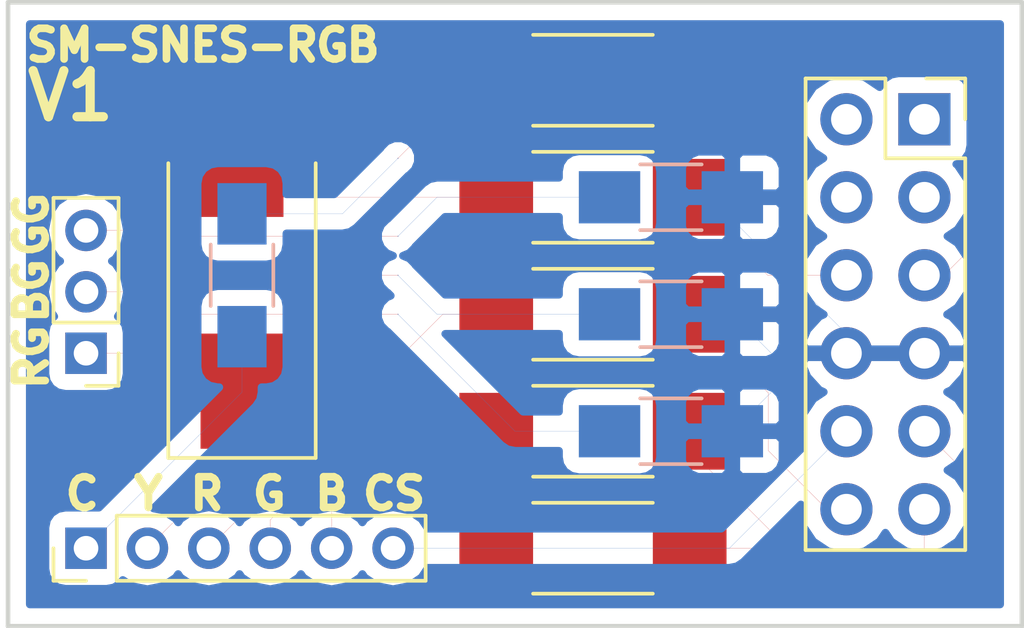
<source format=kicad_pcb>
(kicad_pcb (version 4) (host pcbnew 4.0.6)

  (general
    (links 20)
    (no_connects 0)
    (area 206.934999 115.494999 240.105001 135.965001)
    (thickness 0.1)
    (drawings 15)
    (tracks 72)
    (zones 0)
    (modules 13)
    (nets 22)
  )

  (page A4)
  (layers
    (0 Top signal)
    (31 Bottom signal)
    (33 F.Adhes user)
    (34 B.Paste user)
    (35 F.Paste user)
    (36 B.SilkS user)
    (37 F.SilkS user)
    (38 B.Mask user)
    (39 F.Mask user)
    (40 Dwgs.User user)
    (41 Cmts.User user)
    (42 Eco1.User user)
    (43 Eco2.User user)
    (44 Edge.Cuts user)
    (45 Margin user)
    (47 F.CrtYd user)
    (49 F.Fab user)
  )

  (setup
    (last_trace_width 0.006)
    (trace_clearance 0.006)
    (zone_clearance 0.508)
    (zone_45_only no)
    (trace_min 0.006)
    (segment_width 0.2)
    (edge_width 0.15)
    (via_size 0.027)
    (via_drill 0.013)
    (via_min_size 0.027)
    (via_min_drill 0.013)
    (uvia_size 0.03)
    (uvia_drill 0.02)
    (uvias_allowed no)
    (uvia_min_size 0)
    (uvia_min_drill 0)
    (pcb_text_width 0.3)
    (pcb_text_size 1.5 1.5)
    (mod_edge_width 0.15)
    (mod_text_size 1 1)
    (mod_text_width 0.15)
    (pad_size 1.524 1.524)
    (pad_drill 0.762)
    (pad_to_mask_clearance 0.2)
    (aux_axis_origin 0 0)
    (grid_origin 176.53 118.11)
    (visible_elements 7FFFFF7F)
    (pcbplotparams
      (layerselection 0x00030_80000001)
      (usegerberextensions false)
      (excludeedgelayer true)
      (linewidth 0.100000)
      (plotframeref false)
      (viasonmask false)
      (mode 1)
      (useauxorigin false)
      (hpglpennumber 1)
      (hpglpenspeed 20)
      (hpglpendiameter 15)
      (hpglpenoverlay 2)
      (psnegative false)
      (psa4output false)
      (plotreference true)
      (plotvalue true)
      (plotinvisibletext false)
      (padsonsilk false)
      (subtractmaskfromsilk false)
      (outputformat 1)
      (mirror false)
      (drillshape 1)
      (scaleselection 1)
      (outputdirectory ""))
  )

  (net 0 "")
  (net 1 /CHROMA)
  (net 2 "Net-(C1-Pad2)")
  (net 3 /LUMA)
  (net 4 "Net-(C2-Pad2)")
  (net 5 /RED)
  (net 6 /GREEN)
  (net 7 /CSYNC)
  (net 8 /BLUE)
  (net 9 /GND)
  (net 10 "Net-(J2-Pad3)")
  (net 11 "Net-(J2-Pad4)")
  (net 12 "Net-(J2-Pad5)")
  (net 13 "Net-(J3-Pad1)")
  (net 14 "Net-(J3-Pad2)")
  (net 15 "Net-(J3-Pad3)")
  (net 16 "Net-(C1-Pad1)")
  (net 17 "Net-(C2-Pad1)")
  (net 18 "Net-(J1-Pad1)")
  (net 19 "Net-(J1-Pad2)")
  (net 20 "Net-(J1-Pad3)")
  (net 21 "Net-(J1-Pad4)")

  (net_class Default "This is the default net class."
    (clearance 0.006)
    (trace_width 0.006)
    (via_dia 0.027)
    (via_drill 0.013)
    (uvia_dia 0.03)
    (uvia_drill 0.02)
    (add_net /BLUE)
    (add_net /CHROMA)
    (add_net /CSYNC)
    (add_net /GND)
    (add_net /GREEN)
    (add_net /LUMA)
    (add_net /RED)
    (add_net "Net-(C1-Pad1)")
    (add_net "Net-(C1-Pad2)")
    (add_net "Net-(C2-Pad1)")
    (add_net "Net-(C2-Pad2)")
    (add_net "Net-(J1-Pad1)")
    (add_net "Net-(J1-Pad2)")
    (add_net "Net-(J1-Pad3)")
    (add_net "Net-(J1-Pad4)")
    (add_net "Net-(J2-Pad3)")
    (add_net "Net-(J2-Pad4)")
    (add_net "Net-(J2-Pad5)")
    (add_net "Net-(J3-Pad1)")
    (add_net "Net-(J3-Pad2)")
    (add_net "Net-(J3-Pad3)")
  )

  (module Socket_Strips:Socket_Strip_Straight_2x06_Pitch2.54mm (layer Top) (tedit 59487F58) (tstamp 59487BE1)
    (at 236.855 119.38)
    (descr "Through hole straight socket strip, 2x06, 2.54mm pitch, double rows")
    (tags "Through hole socket strip THT 2x06 2.54mm double row")
    (path /59484437)
    (fp_text reference J1 (at -1.27 -2.33) (layer F.SilkS) hide
      (effects (font (size 1 1) (thickness 0.15)))
    )
    (fp_text value CONN_02X06 (at -1.27 15.03) (layer F.Fab) hide
      (effects (font (size 1 1) (thickness 0.15)))
    )
    (fp_line (start -3.81 -1.27) (end -3.81 13.97) (layer F.Fab) (width 0.1))
    (fp_line (start -3.81 13.97) (end 1.27 13.97) (layer F.Fab) (width 0.1))
    (fp_line (start 1.27 13.97) (end 1.27 -1.27) (layer F.Fab) (width 0.1))
    (fp_line (start 1.27 -1.27) (end -3.81 -1.27) (layer F.Fab) (width 0.1))
    (fp_line (start 1.33 1.27) (end 1.33 14.03) (layer F.SilkS) (width 0.12))
    (fp_line (start 1.33 14.03) (end -3.87 14.03) (layer F.SilkS) (width 0.12))
    (fp_line (start -3.87 14.03) (end -3.87 -1.33) (layer F.SilkS) (width 0.12))
    (fp_line (start -3.87 -1.33) (end -1.27 -1.33) (layer F.SilkS) (width 0.12))
    (fp_line (start -1.27 -1.33) (end -1.27 1.27) (layer F.SilkS) (width 0.12))
    (fp_line (start -1.27 1.27) (end 1.33 1.27) (layer F.SilkS) (width 0.12))
    (fp_line (start 1.33 0) (end 1.33 -1.33) (layer F.SilkS) (width 0.12))
    (fp_line (start 1.33 -1.33) (end 0.06 -1.33) (layer F.SilkS) (width 0.12))
    (fp_line (start -4.35 -1.8) (end -4.35 14.5) (layer F.CrtYd) (width 0.05))
    (fp_line (start -4.35 14.5) (end 1.8 14.5) (layer F.CrtYd) (width 0.05))
    (fp_line (start 1.8 14.5) (end 1.8 -1.8) (layer F.CrtYd) (width 0.05))
    (fp_line (start 1.8 -1.8) (end -4.35 -1.8) (layer F.CrtYd) (width 0.05))
    (fp_text user %R (at -1.27 -2.33) (layer F.Fab) hide
      (effects (font (size 1 1) (thickness 0.15)))
    )
    (pad 1 thru_hole rect (at 0 0) (size 1.7 1.7) (drill 1) (layers *.Cu *.Mask)
      (net 18 "Net-(J1-Pad1)"))
    (pad 2 thru_hole oval (at -2.54 0) (size 1.7 1.7) (drill 1) (layers *.Cu *.Mask)
      (net 19 "Net-(J1-Pad2)"))
    (pad 3 thru_hole oval (at 0 2.54) (size 1.7 1.7) (drill 1) (layers *.Cu *.Mask)
      (net 20 "Net-(J1-Pad3)"))
    (pad 4 thru_hole oval (at -2.54 2.54) (size 1.7 1.7) (drill 1) (layers *.Cu *.Mask)
      (net 21 "Net-(J1-Pad4)"))
    (pad 5 thru_hole oval (at 0 5.08) (size 1.7 1.7) (drill 1) (layers *.Cu *.Mask)
      (net 1 /CHROMA))
    (pad 6 thru_hole oval (at -2.54 5.08) (size 1.7 1.7) (drill 1) (layers *.Cu *.Mask)
      (net 3 /LUMA))
    (pad 7 thru_hole oval (at 0 7.62) (size 1.7 1.7) (drill 1) (layers *.Cu *.Mask)
      (net 9 /GND))
    (pad 8 thru_hole oval (at -2.54 7.62) (size 1.7 1.7) (drill 1) (layers *.Cu *.Mask)
      (net 9 /GND))
    (pad 9 thru_hole oval (at 0 10.16) (size 1.7 1.7) (drill 1) (layers *.Cu *.Mask)
      (net 8 /BLUE))
    (pad 10 thru_hole oval (at -2.54 10.16) (size 1.7 1.7) (drill 1) (layers *.Cu *.Mask)
      (net 7 /CSYNC))
    (pad 11 thru_hole oval (at 0 12.7) (size 1.7 1.7) (drill 1) (layers *.Cu *.Mask)
      (net 6 /GREEN))
    (pad 12 thru_hole oval (at -2.54 12.7) (size 1.7 1.7) (drill 1) (layers *.Cu *.Mask)
      (net 5 /RED))
    (model ${KISYS3DMOD}/Socket_Strips.3dshapes/Socket_Strip_Straight_2x06_Pitch2.54mm.wrl
      (at (xyz -0.05 -0.25 0))
      (scale (xyz 1 1 1))
      (rotate (xyz 0 0 270))
    )
  )

  (module Socket_Strips:Socket_Strip_Straight_1x06_Pitch2.00mm (layer Top) (tedit 59487F90) (tstamp 59484F3F)
    (at 209.55 133.35 90)
    (descr "Through hole straight socket strip, 1x06, 2.00mm pitch, single row")
    (tags "Through hole socket strip THT 1x06 2.00mm single row")
    (path /59484ED2)
    (fp_text reference J2 (at 0 -2.06 90) (layer F.SilkS) hide
      (effects (font (size 1 1) (thickness 0.15)))
    )
    (fp_text value CONN_01X06 (at 0 12.06 90) (layer F.Fab) hide
      (effects (font (size 1 1) (thickness 0.15)))
    )
    (fp_line (start -1 -1) (end -1 11) (layer F.Fab) (width 0.1))
    (fp_line (start -1 11) (end 1 11) (layer F.Fab) (width 0.1))
    (fp_line (start 1 11) (end 1 -1) (layer F.Fab) (width 0.1))
    (fp_line (start 1 -1) (end -1 -1) (layer F.Fab) (width 0.1))
    (fp_line (start -1.06 1) (end -1.06 11.06) (layer F.SilkS) (width 0.12))
    (fp_line (start -1.06 11.06) (end 1.06 11.06) (layer F.SilkS) (width 0.12))
    (fp_line (start 1.06 11.06) (end 1.06 1) (layer F.SilkS) (width 0.12))
    (fp_line (start 1.06 1) (end -1.06 1) (layer F.SilkS) (width 0.12))
    (fp_line (start -1.06 0) (end -1.06 -1.06) (layer F.SilkS) (width 0.12))
    (fp_line (start -1.06 -1.06) (end 0 -1.06) (layer F.SilkS) (width 0.12))
    (fp_line (start -1.5 -1.5) (end -1.5 11.5) (layer F.CrtYd) (width 0.05))
    (fp_line (start -1.5 11.5) (end 1.5 11.5) (layer F.CrtYd) (width 0.05))
    (fp_line (start 1.5 11.5) (end 1.5 -1.5) (layer F.CrtYd) (width 0.05))
    (fp_line (start 1.5 -1.5) (end -1.5 -1.5) (layer F.CrtYd) (width 0.05))
    (fp_text user %R (at 0 -2.06 90) (layer F.Fab) hide
      (effects (font (size 1 1) (thickness 0.15)))
    )
    (pad 1 thru_hole rect (at 0 0 90) (size 1.35 1.35) (drill 0.8) (layers *.Cu *.Mask)
      (net 2 "Net-(C1-Pad2)"))
    (pad 2 thru_hole oval (at 0 2 90) (size 1.35 1.35) (drill 0.8) (layers *.Cu *.Mask)
      (net 17 "Net-(C2-Pad1)"))
    (pad 3 thru_hole oval (at 0 4 90) (size 1.35 1.35) (drill 0.8) (layers *.Cu *.Mask)
      (net 10 "Net-(J2-Pad3)"))
    (pad 4 thru_hole oval (at 0 6 90) (size 1.35 1.35) (drill 0.8) (layers *.Cu *.Mask)
      (net 11 "Net-(J2-Pad4)"))
    (pad 5 thru_hole oval (at 0 8 90) (size 1.35 1.35) (drill 0.8) (layers *.Cu *.Mask)
      (net 12 "Net-(J2-Pad5)"))
    (pad 6 thru_hole oval (at 0 10 90) (size 1.35 1.35) (drill 0.8) (layers *.Cu *.Mask)
      (net 7 /CSYNC))
    (model ${KISYS3DMOD}/Socket_Strips.3dshapes/Socket_Strip_Straight_1x06_Pitch2.00mm.wrl
      (at (xyz 0 0 0))
      (scale (xyz 1 1 1))
      (rotate (xyz 0 0 0))
    )
  )

  (module Resistors_SMD:R_1206_HandSoldering (layer Bottom) (tedit 59488002) (tstamp 59484F64)
    (at 228.6 125.73 180)
    (descr "Resistor SMD 1206, hand soldering")
    (tags "resistor 1206")
    (path /59484302)
    (attr smd)
    (fp_text reference R5 (at 0 1.85 180) (layer B.SilkS) hide
      (effects (font (size 1 1) (thickness 0.15)) (justify mirror))
    )
    (fp_text value R (at 0 -1.9 180) (layer B.Fab) hide
      (effects (font (size 1 1) (thickness 0.15)) (justify mirror))
    )
    (fp_text user %R (at 0 0 180) (layer B.Fab)
      (effects (font (size 0.7 0.7) (thickness 0.105)) (justify mirror))
    )
    (fp_line (start -1.6 -0.8) (end -1.6 0.8) (layer B.Fab) (width 0.1))
    (fp_line (start 1.6 -0.8) (end -1.6 -0.8) (layer B.Fab) (width 0.1))
    (fp_line (start 1.6 0.8) (end 1.6 -0.8) (layer B.Fab) (width 0.1))
    (fp_line (start -1.6 0.8) (end 1.6 0.8) (layer B.Fab) (width 0.1))
    (fp_line (start 1 -1.07) (end -1 -1.07) (layer B.SilkS) (width 0.12))
    (fp_line (start -1 1.07) (end 1 1.07) (layer B.SilkS) (width 0.12))
    (fp_line (start -3.25 1.11) (end 3.25 1.11) (layer B.CrtYd) (width 0.05))
    (fp_line (start -3.25 1.11) (end -3.25 -1.1) (layer B.CrtYd) (width 0.05))
    (fp_line (start 3.25 -1.1) (end 3.25 1.11) (layer B.CrtYd) (width 0.05))
    (fp_line (start 3.25 -1.1) (end -3.25 -1.1) (layer B.CrtYd) (width 0.05))
    (pad 1 smd rect (at -2 0 180) (size 2 1.7) (layers Bottom B.Paste B.Mask)
      (net 9 /GND))
    (pad 2 smd rect (at 2 0 180) (size 2 1.7) (layers Bottom B.Paste B.Mask)
      (net 14 "Net-(J3-Pad2)"))
    (model ${KISYS3DMOD}/Resistors_SMD.3dshapes/R_1206.wrl
      (at (xyz 0 0 0))
      (scale (xyz 1 1 1))
      (rotate (xyz 0 0 0))
    )
  )

  (module Resistors_SMD:R_2010_HandSoldering (layer Top) (tedit 5948801D) (tstamp 59484F5E)
    (at 226.06 129.54 180)
    (descr "Resistor SMD 2010, hand soldering")
    (tags "resistor 2010")
    (path /59485062)
    (attr smd)
    (fp_text reference R4 (at 0 -2.25 180) (layer F.SilkS) hide
      (effects (font (size 1 1) (thickness 0.15)))
    )
    (fp_text value R (at 0 2.35 180) (layer F.Fab) hide
      (effects (font (size 1 1) (thickness 0.15)))
    )
    (fp_text user %R (at 0 0 180) (layer F.Fab) hide
      (effects (font (size 1 1) (thickness 0.15)))
    )
    (fp_line (start -2.5 1.25) (end -2.5 -1.25) (layer F.Fab) (width 0.1))
    (fp_line (start 2.5 1.25) (end -2.5 1.25) (layer F.Fab) (width 0.1))
    (fp_line (start 2.5 -1.25) (end 2.5 1.25) (layer F.Fab) (width 0.1))
    (fp_line (start -2.5 -1.25) (end 2.5 -1.25) (layer F.Fab) (width 0.1))
    (fp_line (start 1.95 1.48) (end -1.95 1.48) (layer F.SilkS) (width 0.12))
    (fp_line (start -1.95 -1.48) (end 1.95 -1.48) (layer F.SilkS) (width 0.12))
    (fp_line (start -4.6 -1.5) (end 4.6 -1.5) (layer F.CrtYd) (width 0.05))
    (fp_line (start -4.6 -1.5) (end -4.6 1.5) (layer F.CrtYd) (width 0.05))
    (fp_line (start 4.6 1.5) (end 4.6 -1.5) (layer F.CrtYd) (width 0.05))
    (fp_line (start 4.6 1.5) (end -4.6 1.5) (layer F.CrtYd) (width 0.05))
    (pad 1 smd rect (at -3.15 0 180) (size 2.4 2.5) (layers Top F.Paste F.Mask)
      (net 6 /GREEN))
    (pad 2 smd rect (at 3.15 0 180) (size 2.4 2.5) (layers Top F.Paste F.Mask)
      (net 11 "Net-(J2-Pad4)"))
    (model ${KISYS3DMOD}/Resistors_SMD.3dshapes/R_2010.wrl
      (at (xyz 0 0 0))
      (scale (xyz 1 1 1))
      (rotate (xyz 0 0 0))
    )
  )

  (module Capacitors_SMD:C_1206_HandSoldering (layer Bottom) (tedit 59488356) (tstamp 59484F1F)
    (at 214.63 124.46 270)
    (descr "Capacitor SMD 1206, hand soldering")
    (tags "capacitor 1206")
    (path /59484281)
    (attr smd)
    (fp_text reference C1 (at 0 1.75 270) (layer B.SilkS) hide
      (effects (font (size 1 1) (thickness 0.15)) (justify mirror))
    )
    (fp_text value C (at 0 -2 270) (layer B.Fab) hide
      (effects (font (size 1 1) (thickness 0.15)) (justify mirror))
    )
    (fp_text user %R (at 0 1.75 270) (layer B.Fab)
      (effects (font (size 1 1) (thickness 0.15)) (justify mirror))
    )
    (fp_line (start -1.6 -0.8) (end -1.6 0.8) (layer B.Fab) (width 0.1))
    (fp_line (start 1.6 -0.8) (end -1.6 -0.8) (layer B.Fab) (width 0.1))
    (fp_line (start 1.6 0.8) (end 1.6 -0.8) (layer B.Fab) (width 0.1))
    (fp_line (start -1.6 0.8) (end 1.6 0.8) (layer B.Fab) (width 0.1))
    (fp_line (start 1 1.02) (end -1 1.02) (layer B.SilkS) (width 0.12))
    (fp_line (start -1 -1.02) (end 1 -1.02) (layer B.SilkS) (width 0.12))
    (fp_line (start -3.25 1.05) (end 3.25 1.05) (layer B.CrtYd) (width 0.05))
    (fp_line (start -3.25 1.05) (end -3.25 -1.05) (layer B.CrtYd) (width 0.05))
    (fp_line (start 3.25 -1.05) (end 3.25 1.05) (layer B.CrtYd) (width 0.05))
    (fp_line (start 3.25 -1.05) (end -3.25 -1.05) (layer B.CrtYd) (width 0.05))
    (pad 1 smd rect (at -2 0 270) (size 2 1.6) (layers Bottom B.Paste B.Mask)
      (net 16 "Net-(C1-Pad1)"))
    (pad 2 smd rect (at 2 0 270) (size 2 1.6) (layers Bottom B.Paste B.Mask)
      (net 2 "Net-(C1-Pad2)"))
    (model Capacitors_SMD.3dshapes/C_1206.wrl
      (at (xyz 0 0 0))
      (scale (xyz 1 1 1))
      (rotate (xyz 0 0 0))
    )
  )

  (module Capacitors_Tantalum_SMD:CP_Tantalum_Case-D_EIA-7343-31_Hand (layer Top) (tedit 5948803A) (tstamp 59484F25)
    (at 214.63 124.46 90)
    (descr "Tantalum capacitor, Case D, EIA 7343-31, 7.3x4.3x2.8mm, Hand soldering footprint")
    (tags "capacitor tantalum smd")
    (path /59484220)
    (attr smd)
    (fp_text reference C2 (at 0 -3.9 90) (layer F.SilkS) hide
      (effects (font (size 1 1) (thickness 0.15)))
    )
    (fp_text value CP (at 0 3.9 90) (layer F.Fab) hide
      (effects (font (size 1 1) (thickness 0.15)))
    )
    (fp_text user %R (at 0 0 90) (layer F.Fab) hide
      (effects (font (size 1 1) (thickness 0.15)))
    )
    (fp_line (start -6.05 -2.5) (end -6.05 2.5) (layer F.CrtYd) (width 0.05))
    (fp_line (start -6.05 2.5) (end 6.05 2.5) (layer F.CrtYd) (width 0.05))
    (fp_line (start 6.05 2.5) (end 6.05 -2.5) (layer F.CrtYd) (width 0.05))
    (fp_line (start 6.05 -2.5) (end -6.05 -2.5) (layer F.CrtYd) (width 0.05))
    (fp_line (start -3.65 -2.15) (end -3.65 2.15) (layer F.Fab) (width 0.1))
    (fp_line (start -3.65 2.15) (end 3.65 2.15) (layer F.Fab) (width 0.1))
    (fp_line (start 3.65 2.15) (end 3.65 -2.15) (layer F.Fab) (width 0.1))
    (fp_line (start 3.65 -2.15) (end -3.65 -2.15) (layer F.Fab) (width 0.1))
    (fp_line (start -2.92 -2.15) (end -2.92 2.15) (layer F.Fab) (width 0.1))
    (fp_line (start -2.555 -2.15) (end -2.555 2.15) (layer F.Fab) (width 0.1))
    (fp_line (start -5.95 -2.4) (end 3.65 -2.4) (layer F.SilkS) (width 0.12))
    (fp_line (start -5.95 2.4) (end 3.65 2.4) (layer F.SilkS) (width 0.12))
    (fp_line (start -5.95 -2.4) (end -5.95 2.4) (layer F.SilkS) (width 0.12))
    (pad 1 smd rect (at -3.775 0 90) (size 3.75 2.7) (layers Top F.Paste F.Mask)
      (net 17 "Net-(C2-Pad1)"))
    (pad 2 smd rect (at 3.775 0 90) (size 3.75 2.7) (layers Top F.Paste F.Mask)
      (net 4 "Net-(C2-Pad2)"))
    (model Capacitors_Tantalum_SMD.3dshapes/CP_Tantalum_Case-D_EIA-7343-31.wrl
      (at (xyz 0 0 0))
      (scale (xyz 1 1 1))
      (rotate (xyz 0 0 0))
    )
  )

  (module Socket_Strips:Socket_Strip_Straight_1x03_Pitch2.00mm (layer Top) (tedit 59487F88) (tstamp 59484F46)
    (at 209.55 127 180)
    (descr "Through hole straight socket strip, 1x03, 2.00mm pitch, single row")
    (tags "Through hole socket strip THT 1x03 2.00mm single row")
    (path /59484783)
    (fp_text reference J3 (at 0 -2.06 180) (layer F.SilkS) hide
      (effects (font (size 1 1) (thickness 0.15)))
    )
    (fp_text value CONN_01X03 (at 0 6.06 180) (layer F.Fab) hide
      (effects (font (size 1 1) (thickness 0.15)))
    )
    (fp_line (start -1 -1) (end -1 5) (layer F.Fab) (width 0.1))
    (fp_line (start -1 5) (end 1 5) (layer F.Fab) (width 0.1))
    (fp_line (start 1 5) (end 1 -1) (layer F.Fab) (width 0.1))
    (fp_line (start 1 -1) (end -1 -1) (layer F.Fab) (width 0.1))
    (fp_line (start -1.06 1) (end -1.06 5.06) (layer F.SilkS) (width 0.12))
    (fp_line (start -1.06 5.06) (end 1.06 5.06) (layer F.SilkS) (width 0.12))
    (fp_line (start 1.06 5.06) (end 1.06 1) (layer F.SilkS) (width 0.12))
    (fp_line (start 1.06 1) (end -1.06 1) (layer F.SilkS) (width 0.12))
    (fp_line (start -1.06 0) (end -1.06 -1.06) (layer F.SilkS) (width 0.12))
    (fp_line (start -1.06 -1.06) (end 0 -1.06) (layer F.SilkS) (width 0.12))
    (fp_line (start -1.5 -1.5) (end -1.5 5.5) (layer F.CrtYd) (width 0.05))
    (fp_line (start -1.5 5.5) (end 1.5 5.5) (layer F.CrtYd) (width 0.05))
    (fp_line (start 1.5 5.5) (end 1.5 -1.5) (layer F.CrtYd) (width 0.05))
    (fp_line (start 1.5 -1.5) (end -1.5 -1.5) (layer F.CrtYd) (width 0.05))
    (fp_text user %R (at 0 -2.06 180) (layer F.Fab) hide
      (effects (font (size 1 1) (thickness 0.15)))
    )
    (pad 1 thru_hole rect (at 0 0 180) (size 1.35 1.35) (drill 0.8) (layers *.Cu *.Mask)
      (net 13 "Net-(J3-Pad1)"))
    (pad 2 thru_hole oval (at 0 2 180) (size 1.35 1.35) (drill 0.8) (layers *.Cu *.Mask)
      (net 14 "Net-(J3-Pad2)"))
    (pad 3 thru_hole oval (at 0 4 180) (size 1.35 1.35) (drill 0.8) (layers *.Cu *.Mask)
      (net 15 "Net-(J3-Pad3)"))
    (model ${KISYS3DMOD}/Socket_Strips.3dshapes/Socket_Strip_Straight_1x03_Pitch2.00mm.wrl
      (at (xyz 0 0 0))
      (scale (xyz 1 1 1))
      (rotate (xyz 0 0 0))
    )
  )

  (module Resistors_SMD:R_2010_HandSoldering (layer Top) (tedit 59487FA7) (tstamp 59484F4C)
    (at 226.06 118.11 180)
    (descr "Resistor SMD 2010, hand soldering")
    (tags "resistor 2010")
    (path /59485226)
    (attr smd)
    (fp_text reference R1 (at 0 -2.25 180) (layer F.SilkS) hide
      (effects (font (size 1 1) (thickness 0.15)))
    )
    (fp_text value R (at 0 2.35 180) (layer F.Fab) hide
      (effects (font (size 1 1) (thickness 0.15)))
    )
    (fp_text user %R (at 0 0 180) (layer F.Fab) hide
      (effects (font (size 1 1) (thickness 0.15)))
    )
    (fp_line (start -2.5 1.25) (end -2.5 -1.25) (layer F.Fab) (width 0.1))
    (fp_line (start 2.5 1.25) (end -2.5 1.25) (layer F.Fab) (width 0.1))
    (fp_line (start 2.5 -1.25) (end 2.5 1.25) (layer F.Fab) (width 0.1))
    (fp_line (start -2.5 -1.25) (end 2.5 -1.25) (layer F.Fab) (width 0.1))
    (fp_line (start 1.95 1.48) (end -1.95 1.48) (layer F.SilkS) (width 0.12))
    (fp_line (start -1.95 -1.48) (end 1.95 -1.48) (layer F.SilkS) (width 0.12))
    (fp_line (start -4.6 -1.5) (end 4.6 -1.5) (layer F.CrtYd) (width 0.05))
    (fp_line (start -4.6 -1.5) (end -4.6 1.5) (layer F.CrtYd) (width 0.05))
    (fp_line (start 4.6 1.5) (end 4.6 -1.5) (layer F.CrtYd) (width 0.05))
    (fp_line (start 4.6 1.5) (end -4.6 1.5) (layer F.CrtYd) (width 0.05))
    (pad 1 smd rect (at -3.15 0 180) (size 2.4 2.5) (layers Top F.Paste F.Mask)
      (net 1 /CHROMA))
    (pad 2 smd rect (at 3.15 0 180) (size 2.4 2.5) (layers Top F.Paste F.Mask)
      (net 16 "Net-(C1-Pad1)"))
    (model ${KISYS3DMOD}/Resistors_SMD.3dshapes/R_2010.wrl
      (at (xyz 0 0 0))
      (scale (xyz 1 1 1))
      (rotate (xyz 0 0 0))
    )
  )

  (module Resistors_SMD:R_2010_HandSoldering (layer Top) (tedit 59487FC2) (tstamp 59484F52)
    (at 226.06 121.92 180)
    (descr "Resistor SMD 2010, hand soldering")
    (tags "resistor 2010")
    (path /59485195)
    (attr smd)
    (fp_text reference R2 (at 0 -2.25 180) (layer F.SilkS) hide
      (effects (font (size 1 1) (thickness 0.15)))
    )
    (fp_text value R (at 0 2.35 180) (layer F.Fab) hide
      (effects (font (size 1 1) (thickness 0.15)))
    )
    (fp_text user %R (at 0 0 180) (layer F.Fab) hide
      (effects (font (size 1 1) (thickness 0.15)))
    )
    (fp_line (start -2.5 1.25) (end -2.5 -1.25) (layer F.Fab) (width 0.1))
    (fp_line (start 2.5 1.25) (end -2.5 1.25) (layer F.Fab) (width 0.1))
    (fp_line (start 2.5 -1.25) (end 2.5 1.25) (layer F.Fab) (width 0.1))
    (fp_line (start -2.5 -1.25) (end 2.5 -1.25) (layer F.Fab) (width 0.1))
    (fp_line (start 1.95 1.48) (end -1.95 1.48) (layer F.SilkS) (width 0.12))
    (fp_line (start -1.95 -1.48) (end 1.95 -1.48) (layer F.SilkS) (width 0.12))
    (fp_line (start -4.6 -1.5) (end 4.6 -1.5) (layer F.CrtYd) (width 0.05))
    (fp_line (start -4.6 -1.5) (end -4.6 1.5) (layer F.CrtYd) (width 0.05))
    (fp_line (start 4.6 1.5) (end 4.6 -1.5) (layer F.CrtYd) (width 0.05))
    (fp_line (start 4.6 1.5) (end -4.6 1.5) (layer F.CrtYd) (width 0.05))
    (pad 1 smd rect (at -3.15 0 180) (size 2.4 2.5) (layers Top F.Paste F.Mask)
      (net 3 /LUMA))
    (pad 2 smd rect (at 3.15 0 180) (size 2.4 2.5) (layers Top F.Paste F.Mask)
      (net 4 "Net-(C2-Pad2)"))
    (model ${KISYS3DMOD}/Resistors_SMD.3dshapes/R_2010.wrl
      (at (xyz 0 0 0))
      (scale (xyz 1 1 1))
      (rotate (xyz 0 0 0))
    )
  )

  (module Resistors_SMD:R_1206_HandSoldering (layer Bottom) (tedit 5948802A) (tstamp 59484F58)
    (at 228.6 121.92 180)
    (descr "Resistor SMD 1206, hand soldering")
    (tags "resistor 1206")
    (path /594841F5)
    (attr smd)
    (fp_text reference R3 (at 0 1.85 180) (layer B.SilkS) hide
      (effects (font (size 1 1) (thickness 0.15)) (justify mirror))
    )
    (fp_text value R (at 0 -1.9 180) (layer B.Fab) hide
      (effects (font (size 1 1) (thickness 0.15)) (justify mirror))
    )
    (fp_text user %R (at 0 0 180) (layer B.Fab)
      (effects (font (size 0.7 0.7) (thickness 0.105)) (justify mirror))
    )
    (fp_line (start -1.6 -0.8) (end -1.6 0.8) (layer B.Fab) (width 0.1))
    (fp_line (start 1.6 -0.8) (end -1.6 -0.8) (layer B.Fab) (width 0.1))
    (fp_line (start 1.6 0.8) (end 1.6 -0.8) (layer B.Fab) (width 0.1))
    (fp_line (start -1.6 0.8) (end 1.6 0.8) (layer B.Fab) (width 0.1))
    (fp_line (start 1 -1.07) (end -1 -1.07) (layer B.SilkS) (width 0.12))
    (fp_line (start -1 1.07) (end 1 1.07) (layer B.SilkS) (width 0.12))
    (fp_line (start -3.25 1.11) (end 3.25 1.11) (layer B.CrtYd) (width 0.05))
    (fp_line (start -3.25 1.11) (end -3.25 -1.1) (layer B.CrtYd) (width 0.05))
    (fp_line (start 3.25 -1.1) (end 3.25 1.11) (layer B.CrtYd) (width 0.05))
    (fp_line (start 3.25 -1.1) (end -3.25 -1.1) (layer B.CrtYd) (width 0.05))
    (pad 1 smd rect (at -2 0 180) (size 2 1.7) (layers Bottom B.Paste B.Mask)
      (net 9 /GND))
    (pad 2 smd rect (at 2 0 180) (size 2 1.7) (layers Bottom B.Paste B.Mask)
      (net 15 "Net-(J3-Pad3)"))
    (model ${KISYS3DMOD}/Resistors_SMD.3dshapes/R_1206.wrl
      (at (xyz 0 0 0))
      (scale (xyz 1 1 1))
      (rotate (xyz 0 0 0))
    )
  )

  (module Resistors_SMD:R_2010_HandSoldering (layer Top) (tedit 59488024) (tstamp 59484F6A)
    (at 226.06 125.73 180)
    (descr "Resistor SMD 2010, hand soldering")
    (tags "resistor 2010")
    (path /59484FE5)
    (attr smd)
    (fp_text reference R6 (at 0 -2.25 180) (layer F.SilkS) hide
      (effects (font (size 1 1) (thickness 0.15)))
    )
    (fp_text value R (at 0 2.35 180) (layer F.Fab) hide
      (effects (font (size 1 1) (thickness 0.15)))
    )
    (fp_text user %R (at 0 0 180) (layer F.Fab) hide
      (effects (font (size 1 1) (thickness 0.15)))
    )
    (fp_line (start -2.5 1.25) (end -2.5 -1.25) (layer F.Fab) (width 0.1))
    (fp_line (start 2.5 1.25) (end -2.5 1.25) (layer F.Fab) (width 0.1))
    (fp_line (start 2.5 -1.25) (end 2.5 1.25) (layer F.Fab) (width 0.1))
    (fp_line (start -2.5 -1.25) (end 2.5 -1.25) (layer F.Fab) (width 0.1))
    (fp_line (start 1.95 1.48) (end -1.95 1.48) (layer F.SilkS) (width 0.12))
    (fp_line (start -1.95 -1.48) (end 1.95 -1.48) (layer F.SilkS) (width 0.12))
    (fp_line (start -4.6 -1.5) (end 4.6 -1.5) (layer F.CrtYd) (width 0.05))
    (fp_line (start -4.6 -1.5) (end -4.6 1.5) (layer F.CrtYd) (width 0.05))
    (fp_line (start 4.6 1.5) (end 4.6 -1.5) (layer F.CrtYd) (width 0.05))
    (fp_line (start 4.6 1.5) (end -4.6 1.5) (layer F.CrtYd) (width 0.05))
    (pad 1 smd rect (at -3.15 0 180) (size 2.4 2.5) (layers Top F.Paste F.Mask)
      (net 5 /RED))
    (pad 2 smd rect (at 3.15 0 180) (size 2.4 2.5) (layers Top F.Paste F.Mask)
      (net 10 "Net-(J2-Pad3)"))
    (model ${KISYS3DMOD}/Resistors_SMD.3dshapes/R_2010.wrl
      (at (xyz 0 0 0))
      (scale (xyz 1 1 1))
      (rotate (xyz 0 0 0))
    )
  )

  (module Resistors_SMD:R_1206_HandSoldering (layer Bottom) (tedit 5948800C) (tstamp 59484F70)
    (at 228.6 129.54 180)
    (descr "Resistor SMD 1206, hand soldering")
    (tags "resistor 1206")
    (path /59484363)
    (attr smd)
    (fp_text reference R7 (at 0 1.85 180) (layer B.SilkS) hide
      (effects (font (size 1 1) (thickness 0.15)) (justify mirror))
    )
    (fp_text value R (at 0 -1.9 180) (layer B.Fab) hide
      (effects (font (size 1 1) (thickness 0.15)) (justify mirror))
    )
    (fp_text user %R (at 0 0 180) (layer B.Fab)
      (effects (font (size 0.7 0.7) (thickness 0.105)) (justify mirror))
    )
    (fp_line (start -1.6 -0.8) (end -1.6 0.8) (layer B.Fab) (width 0.1))
    (fp_line (start 1.6 -0.8) (end -1.6 -0.8) (layer B.Fab) (width 0.1))
    (fp_line (start 1.6 0.8) (end 1.6 -0.8) (layer B.Fab) (width 0.1))
    (fp_line (start -1.6 0.8) (end 1.6 0.8) (layer B.Fab) (width 0.1))
    (fp_line (start 1 -1.07) (end -1 -1.07) (layer B.SilkS) (width 0.12))
    (fp_line (start -1 1.07) (end 1 1.07) (layer B.SilkS) (width 0.12))
    (fp_line (start -3.25 1.11) (end 3.25 1.11) (layer B.CrtYd) (width 0.05))
    (fp_line (start -3.25 1.11) (end -3.25 -1.1) (layer B.CrtYd) (width 0.05))
    (fp_line (start 3.25 -1.1) (end 3.25 1.11) (layer B.CrtYd) (width 0.05))
    (fp_line (start 3.25 -1.1) (end -3.25 -1.1) (layer B.CrtYd) (width 0.05))
    (pad 1 smd rect (at -2 0 180) (size 2 1.7) (layers Bottom B.Paste B.Mask)
      (net 9 /GND))
    (pad 2 smd rect (at 2 0 180) (size 2 1.7) (layers Bottom B.Paste B.Mask)
      (net 13 "Net-(J3-Pad1)"))
    (model ${KISYS3DMOD}/Resistors_SMD.3dshapes/R_1206.wrl
      (at (xyz 0 0 0))
      (scale (xyz 1 1 1))
      (rotate (xyz 0 0 0))
    )
  )

  (module Resistors_SMD:R_2010_HandSoldering (layer Top) (tedit 59487FEA) (tstamp 59484F76)
    (at 226.06 133.35 180)
    (descr "Resistor SMD 2010, hand soldering")
    (tags "resistor 2010")
    (path /59484F8A)
    (attr smd)
    (fp_text reference R8 (at 0 -2.25 180) (layer F.SilkS) hide
      (effects (font (size 1 1) (thickness 0.15)))
    )
    (fp_text value R (at 0 2.35 180) (layer F.Fab) hide
      (effects (font (size 1 1) (thickness 0.15)))
    )
    (fp_text user %R (at 0 0 180) (layer F.Fab) hide
      (effects (font (size 1 1) (thickness 0.15)))
    )
    (fp_line (start -2.5 1.25) (end -2.5 -1.25) (layer F.Fab) (width 0.1))
    (fp_line (start 2.5 1.25) (end -2.5 1.25) (layer F.Fab) (width 0.1))
    (fp_line (start 2.5 -1.25) (end 2.5 1.25) (layer F.Fab) (width 0.1))
    (fp_line (start -2.5 -1.25) (end 2.5 -1.25) (layer F.Fab) (width 0.1))
    (fp_line (start 1.95 1.48) (end -1.95 1.48) (layer F.SilkS) (width 0.12))
    (fp_line (start -1.95 -1.48) (end 1.95 -1.48) (layer F.SilkS) (width 0.12))
    (fp_line (start -4.6 -1.5) (end 4.6 -1.5) (layer F.CrtYd) (width 0.05))
    (fp_line (start -4.6 -1.5) (end -4.6 1.5) (layer F.CrtYd) (width 0.05))
    (fp_line (start 4.6 1.5) (end 4.6 -1.5) (layer F.CrtYd) (width 0.05))
    (fp_line (start 4.6 1.5) (end -4.6 1.5) (layer F.CrtYd) (width 0.05))
    (pad 1 smd rect (at -3.15 0 180) (size 2.4 2.5) (layers Top F.Paste F.Mask)
      (net 8 /BLUE))
    (pad 2 smd rect (at 3.15 0 180) (size 2.4 2.5) (layers Top F.Paste F.Mask)
      (net 12 "Net-(J2-Pad5)"))
    (model ${KISYS3DMOD}/Resistors_SMD.3dshapes/R_2010.wrl
      (at (xyz 0 0 0))
      (scale (xyz 1 1 1))
      (rotate (xyz 0 0 0))
    )
  )

  (gr_text V1 (at 209.042 118.618) (layer F.SilkS)
    (effects (font (size 1.5 1.5) (thickness 0.3)))
  )
  (gr_text SM-SNES-RGB (at 213.36 116.967) (layer F.SilkS)
    (effects (font (size 1 1) (thickness 0.25)))
  )
  (gr_text GG (at 207.772 122.809 90) (layer F.SilkS)
    (effects (font (size 1 1) (thickness 0.25)))
  )
  (gr_text BG (at 207.772 124.968 90) (layer F.SilkS)
    (effects (font (size 1 1) (thickness 0.25)))
  )
  (gr_text RG (at 207.772 127.127 90) (layer F.SilkS)
    (effects (font (size 1 1) (thickness 0.25)))
  )
  (gr_text CS (at 219.583 131.572) (layer F.SilkS)
    (effects (font (size 1 1) (thickness 0.25)))
  )
  (gr_text B (at 217.551 131.572) (layer F.SilkS)
    (effects (font (size 1 1) (thickness 0.25)))
  )
  (gr_text G (at 215.519 131.572) (layer F.SilkS)
    (effects (font (size 1 1) (thickness 0.25)))
  )
  (gr_text R (at 213.487 131.572) (layer F.SilkS)
    (effects (font (size 1 1) (thickness 0.25)))
  )
  (gr_text Y (at 211.582 131.572) (layer F.SilkS)
    (effects (font (size 1 1) (thickness 0.25)))
  )
  (gr_text C (at 209.423 131.572) (layer F.SilkS)
    (effects (font (size 1 1) (thickness 0.25)))
  )
  (gr_line (start 207.01 135.89) (end 240.03 135.89) (angle 90) (layer Edge.Cuts) (width 0.15))
  (gr_line (start 207.01 115.57) (end 207.01 135.89) (angle 90) (layer Edge.Cuts) (width 0.15))
  (gr_line (start 240.03 115.57) (end 207.01 115.57) (angle 90) (layer Edge.Cuts) (width 0.15))
  (gr_line (start 240.03 135.89) (end 240.03 115.57) (angle 90) (layer Edge.Cuts) (width 0.15))

  (segment (start 236.855 124.46) (end 237.49 124.46) (width 0.006) (layer Top) (net 1))
  (segment (start 237.49 124.46) (end 238.76 123.19) (width 0.006) (layer Top) (net 1) (tstamp 59487D23))
  (segment (start 238.76 123.19) (end 238.76 118.11) (width 0.006) (layer Top) (net 1) (tstamp 59487D29))
  (segment (start 238.76 118.11) (end 238.125 117.475) (width 0.006) (layer Top) (net 1) (tstamp 59487D2B))
  (segment (start 238.125 117.475) (end 233.045 117.475) (width 0.006) (layer Top) (net 1) (tstamp 59487D2D))
  (segment (start 233.045 117.475) (end 232.41 118.11) (width 0.006) (layer Top) (net 1) (tstamp 59487D2F))
  (segment (start 232.41 118.11) (end 229.21 118.11) (width 0.006) (layer Top) (net 1) (tstamp 59487D31))
  (segment (start 214.63 126.46) (end 214.63 128.27) (width 0.006) (layer Bottom) (net 2))
  (segment (start 214.63 128.27) (end 209.55 133.35) (width 0.006) (layer Bottom) (net 2) (tstamp 59487E39))
  (segment (start 234.315 124.46) (end 231.75 124.46) (width 0.006) (layer Top) (net 3))
  (segment (start 231.75 124.46) (end 229.21 121.92) (width 0.006) (layer Top) (net 3) (tstamp 59487D05))
  (segment (start 222.91 121.92) (end 215.865 121.92) (width 0.006) (layer Top) (net 4))
  (segment (start 215.865 121.92) (end 214.63 120.685) (width 0.006) (layer Top) (net 4) (tstamp 59487DDA))
  (segment (start 234.315 132.08) (end 233.68 132.08) (width 0.006) (layer Top) (net 5))
  (segment (start 233.68 132.08) (end 231.775 130.175) (width 0.006) (layer Top) (net 5) (tstamp 59487D80))
  (segment (start 231.775 130.175) (end 231.775 128.295) (width 0.006) (layer Top) (net 5) (tstamp 59487D89))
  (segment (start 231.775 128.295) (end 229.21 125.73) (width 0.006) (layer Top) (net 5) (tstamp 59487D8B))
  (segment (start 236.855 132.08) (end 236.855 133.985) (width 0.006) (layer Top) (net 6))
  (segment (start 233.045 133.985) (end 229.21 130.15) (width 0.006) (layer Top) (net 6) (tstamp 59487D79))
  (segment (start 236.855 133.985) (end 233.045 133.985) (width 0.006) (layer Top) (net 6) (tstamp 59487D77))
  (segment (start 229.21 130.15) (end 229.21 129.54) (width 0.006) (layer Top) (net 6) (tstamp 59487D7A))
  (segment (start 234.315 129.54) (end 230.505 133.35) (width 0.006) (layer Bottom) (net 7))
  (segment (start 230.505 133.35) (end 219.55 133.35) (width 0.006) (layer Bottom) (net 7) (tstamp 59487D3C))
  (segment (start 236.855 129.54) (end 238.76 131.445) (width 0.006) (layer Top) (net 8))
  (segment (start 231.775 133.35) (end 229.21 133.35) (width 0.006) (layer Top) (net 8) (tstamp 59487D70))
  (segment (start 233.045 134.62) (end 231.775 133.35) (width 0.006) (layer Top) (net 8) (tstamp 59487D6E))
  (segment (start 238.125 134.62) (end 233.045 134.62) (width 0.006) (layer Top) (net 8) (tstamp 59487D6D))
  (segment (start 238.76 133.985) (end 238.125 134.62) (width 0.006) (layer Top) (net 8) (tstamp 59487D6B))
  (segment (start 238.76 131.445) (end 238.76 133.985) (width 0.006) (layer Top) (net 8) (tstamp 59487D69))
  (segment (start 234.315 127) (end 234.315 126.365) (width 0.006) (layer Bottom) (net 9))
  (segment (start 234.315 126.365) (end 230.6 122.65) (width 0.006) (layer Bottom) (net 9) (tstamp 59487CFF))
  (segment (start 230.6 122.65) (end 230.6 121.92) (width 0.006) (layer Bottom) (net 9) (tstamp 59487D01))
  (segment (start 234.315 127) (end 231.87 127) (width 0.006) (layer Bottom) (net 9))
  (segment (start 231.87 127) (end 230.6 125.73) (width 0.006) (layer Bottom) (net 9) (tstamp 59487CFB))
  (segment (start 234.315 127) (end 233.14 127) (width 0.006) (layer Bottom) (net 9))
  (segment (start 233.14 127) (end 230.6 129.54) (width 0.006) (layer Bottom) (net 9) (tstamp 59487CF7))
  (segment (start 236.855 127) (end 234.315 127) (width 0.006) (layer Bottom) (net 9))
  (segment (start 222.91 125.73) (end 221.17 125.73) (width 0.006) (layer Top) (net 10))
  (segment (start 221.17 125.73) (end 213.55 133.35) (width 0.006) (layer Top) (net 10) (tstamp 59487DC8))
  (segment (start 222.91 129.54) (end 218.44 129.54) (width 0.006) (layer Top) (net 11))
  (segment (start 215.55 132.43) (end 215.55 133.35) (width 0.006) (layer Top) (net 11) (tstamp 59487DB9))
  (segment (start 218.44 129.54) (end 215.55 132.43) (width 0.006) (layer Top) (net 11) (tstamp 59487DB8))
  (segment (start 222.91 133.35) (end 222.25 133.35) (width 0.006) (layer Top) (net 12))
  (segment (start 222.25 133.35) (end 219.71 130.81) (width 0.006) (layer Top) (net 12) (tstamp 59487DA6))
  (segment (start 217.55 131.7) (end 217.55 133.35) (width 0.006) (layer Top) (net 12) (tstamp 59487DB3))
  (segment (start 218.44 130.81) (end 217.55 131.7) (width 0.006) (layer Top) (net 12) (tstamp 59487DB2))
  (segment (start 219.71 130.81) (end 218.44 130.81) (width 0.006) (layer Top) (net 12) (tstamp 59487DA9))
  (segment (start 226.6 129.54) (end 223.52 129.54) (width 0.006) (layer Bottom) (net 13))
  (segment (start 210.82 127) (end 209.55 127) (width 0.006) (layer Top) (net 13) (tstamp 59487EA8))
  (segment (start 212.09 125.73) (end 210.82 127) (width 0.006) (layer Top) (net 13) (tstamp 59487EA7))
  (segment (start 219.71 125.73) (end 212.09 125.73) (width 0.006) (layer Top) (net 13) (tstamp 59487EA6))
  (via (at 219.71 125.73) (size 0.027) (drill 0.013) (layers Top Bottom) (net 13))
  (segment (start 223.52 129.54) (end 219.71 125.73) (width 0.006) (layer Bottom) (net 13) (tstamp 59487EA0))
  (segment (start 226.6 125.73) (end 220.98 125.73) (width 0.006) (layer Bottom) (net 14))
  (segment (start 211.55 125) (end 209.55 125) (width 0.006) (layer Top) (net 14) (tstamp 59487E95))
  (segment (start 212.09 124.46) (end 211.55 125) (width 0.006) (layer Top) (net 14) (tstamp 59487E94))
  (segment (start 219.71 124.46) (end 212.09 124.46) (width 0.006) (layer Top) (net 14) (tstamp 59487E93))
  (via (at 219.71 124.46) (size 0.027) (drill 0.013) (layers Top Bottom) (net 14))
  (segment (start 220.98 125.73) (end 219.71 124.46) (width 0.006) (layer Bottom) (net 14) (tstamp 59487E8F))
  (segment (start 226.6 121.92) (end 220.98 121.92) (width 0.006) (layer Bottom) (net 15))
  (segment (start 211.9 123) (end 209.55 123) (width 0.006) (layer Top) (net 15) (tstamp 59487E7F))
  (segment (start 212.09 123.19) (end 211.9 123) (width 0.006) (layer Top) (net 15) (tstamp 59487E7C))
  (segment (start 219.71 123.19) (end 212.09 123.19) (width 0.006) (layer Top) (net 15) (tstamp 59487E7B))
  (via (at 219.71 123.19) (size 0.027) (drill 0.013) (layers Top Bottom) (net 15))
  (segment (start 220.98 121.92) (end 219.71 123.19) (width 0.006) (layer Bottom) (net 15) (tstamp 59487E73))
  (segment (start 222.91 118.11) (end 222.25 118.11) (width 0.006) (layer Top) (net 16))
  (segment (start 222.25 118.11) (end 219.71 120.65) (width 0.006) (layer Top) (net 16) (tstamp 59487DEB))
  (via (at 219.71 120.65) (size 0.027) (drill 0.013) (layers Top Bottom) (net 16))
  (segment (start 219.71 120.65) (end 217.9 122.46) (width 0.006) (layer Bottom) (net 16) (tstamp 59487DF9))
  (segment (start 217.9 122.46) (end 214.63 122.46) (width 0.006) (layer Bottom) (net 16) (tstamp 59487DFA))
  (segment (start 214.63 128.235) (end 214.63 130.27) (width 0.006) (layer Top) (net 17))
  (segment (start 214.63 130.27) (end 211.55 133.35) (width 0.006) (layer Top) (net 17) (tstamp 59487E5B))

  (zone (net 9) (net_name /GND) (layer Bottom) (tstamp 59487513) (hatch edge 0.508)
    (connect_pads (clearance 0.508))
    (min_thickness 0.254)
    (fill yes (arc_segments 16) (thermal_gap 0.508) (thermal_bridge_width 0.508))
    (polygon
      (pts
        (xy 240.03 135.89) (xy 207.01 135.89) (xy 207.01 115.57) (xy 240.03 115.57)
      )
    )
    (filled_polygon
      (pts
        (xy 239.32 135.18) (xy 207.72 135.18) (xy 207.72 132.675) (xy 208.22756 132.675) (xy 208.22756 134.025)
        (xy 208.271838 134.260317) (xy 208.41091 134.476441) (xy 208.62311 134.621431) (xy 208.875 134.67244) (xy 210.225 134.67244)
        (xy 210.460317 134.628162) (xy 210.676441 134.48909) (xy 210.747683 134.384823) (xy 211.048685 134.585946) (xy 211.55 134.685664)
        (xy 212.051315 134.585946) (xy 212.47631 134.301974) (xy 212.55 134.191689) (xy 212.62369 134.301974) (xy 213.048685 134.585946)
        (xy 213.55 134.685664) (xy 214.051315 134.585946) (xy 214.47631 134.301974) (xy 214.55 134.191689) (xy 214.62369 134.301974)
        (xy 215.048685 134.585946) (xy 215.55 134.685664) (xy 216.051315 134.585946) (xy 216.47631 134.301974) (xy 216.55 134.191689)
        (xy 216.62369 134.301974) (xy 217.048685 134.585946) (xy 217.55 134.685664) (xy 218.051315 134.585946) (xy 218.47631 134.301974)
        (xy 218.55 134.191689) (xy 218.62369 134.301974) (xy 219.048685 134.585946) (xy 219.55 134.685664) (xy 220.051315 134.585946)
        (xy 220.47631 134.301974) (xy 220.6861 133.988) (xy 230.505 133.988) (xy 230.749152 133.939435) (xy 230.956134 133.801134)
        (xy 232.831607 131.925661) (xy 232.800907 132.08) (xy 232.913946 132.648285) (xy 233.235853 133.130054) (xy 233.717622 133.451961)
        (xy 234.285907 133.565) (xy 234.344093 133.565) (xy 234.912378 133.451961) (xy 235.394147 133.130054) (xy 235.585 132.844422)
        (xy 235.775853 133.130054) (xy 236.257622 133.451961) (xy 236.825907 133.565) (xy 236.884093 133.565) (xy 237.452378 133.451961)
        (xy 237.934147 133.130054) (xy 238.256054 132.648285) (xy 238.369093 132.08) (xy 238.256054 131.511715) (xy 237.934147 131.029946)
        (xy 237.604974 130.81) (xy 237.934147 130.590054) (xy 238.256054 130.108285) (xy 238.369093 129.54) (xy 238.256054 128.971715)
        (xy 237.934147 128.489946) (xy 237.593447 128.262298) (xy 237.736358 128.195183) (xy 238.126645 127.766924) (xy 238.296476 127.35689)
        (xy 238.175155 127.127) (xy 236.982 127.127) (xy 236.982 127.147) (xy 236.728 127.147) (xy 236.728 127.127)
        (xy 234.442 127.127) (xy 234.442 127.147) (xy 234.188 127.147) (xy 234.188 127.127) (xy 232.994845 127.127)
        (xy 232.873524 127.35689) (xy 233.043355 127.766924) (xy 233.433642 128.195183) (xy 233.576553 128.262298) (xy 233.235853 128.489946)
        (xy 232.913946 128.971715) (xy 232.800907 129.54) (xy 232.902415 130.050317) (xy 230.240732 132.712) (xy 220.6861 132.712)
        (xy 220.47631 132.398026) (xy 220.051315 132.114054) (xy 219.55 132.014336) (xy 219.048685 132.114054) (xy 218.62369 132.398026)
        (xy 218.55 132.508311) (xy 218.47631 132.398026) (xy 218.051315 132.114054) (xy 217.55 132.014336) (xy 217.048685 132.114054)
        (xy 216.62369 132.398026) (xy 216.55 132.508311) (xy 216.47631 132.398026) (xy 216.051315 132.114054) (xy 215.55 132.014336)
        (xy 215.048685 132.114054) (xy 214.62369 132.398026) (xy 214.55 132.508311) (xy 214.47631 132.398026) (xy 214.051315 132.114054)
        (xy 213.55 132.014336) (xy 213.048685 132.114054) (xy 212.62369 132.398026) (xy 212.55 132.508311) (xy 212.47631 132.398026)
        (xy 212.051315 132.114054) (xy 211.748456 132.053812) (xy 215.081134 128.721134) (xy 215.219435 128.514152) (xy 215.268 128.27)
        (xy 215.268 128.10744) (xy 215.43 128.10744) (xy 215.665317 128.063162) (xy 215.881441 127.92409) (xy 216.026431 127.71189)
        (xy 216.07744 127.46) (xy 216.07744 125.46) (xy 216.033162 125.224683) (xy 215.89409 125.008559) (xy 215.68189 124.863569)
        (xy 215.43 124.81256) (xy 213.83 124.81256) (xy 213.594683 124.856838) (xy 213.378559 124.99591) (xy 213.233569 125.20811)
        (xy 213.18256 125.46) (xy 213.18256 127.46) (xy 213.226838 127.695317) (xy 213.36591 127.911441) (xy 213.57811 128.056431)
        (xy 213.83 128.10744) (xy 213.890292 128.10744) (xy 209.970172 132.02756) (xy 208.875 132.02756) (xy 208.639683 132.071838)
        (xy 208.423559 132.21091) (xy 208.278569 132.42311) (xy 208.22756 132.675) (xy 207.72 132.675) (xy 207.72 123)
        (xy 208.214336 123) (xy 208.314054 123.501315) (xy 208.598026 123.92631) (xy 208.708311 124) (xy 208.598026 124.07369)
        (xy 208.314054 124.498685) (xy 208.214336 125) (xy 208.314054 125.501315) (xy 208.515008 125.802064) (xy 208.423559 125.86091)
        (xy 208.278569 126.07311) (xy 208.22756 126.325) (xy 208.22756 127.675) (xy 208.271838 127.910317) (xy 208.41091 128.126441)
        (xy 208.62311 128.271431) (xy 208.875 128.32244) (xy 210.225 128.32244) (xy 210.460317 128.278162) (xy 210.676441 128.13909)
        (xy 210.821431 127.92689) (xy 210.87244 127.675) (xy 210.87244 126.325) (xy 210.828162 126.089683) (xy 210.68909 125.873559)
        (xy 210.584823 125.802317) (xy 210.785946 125.501315) (xy 210.885664 125) (xy 210.785946 124.498685) (xy 210.501974 124.07369)
        (xy 210.391689 124) (xy 210.501974 123.92631) (xy 210.785946 123.501315) (xy 210.885664 123) (xy 210.785946 122.498685)
        (xy 210.501974 122.07369) (xy 210.076979 121.789718) (xy 209.575664 121.69) (xy 209.524336 121.69) (xy 209.023021 121.789718)
        (xy 208.598026 122.07369) (xy 208.314054 122.498685) (xy 208.214336 123) (xy 207.72 123) (xy 207.72 121.46)
        (xy 213.18256 121.46) (xy 213.18256 123.46) (xy 213.226838 123.695317) (xy 213.36591 123.911441) (xy 213.57811 124.056431)
        (xy 213.83 124.10744) (xy 215.43 124.10744) (xy 215.665317 124.063162) (xy 215.881441 123.92409) (xy 216.026431 123.71189)
        (xy 216.07744 123.46) (xy 216.07744 123.318429) (xy 219.061388 123.318429) (xy 219.159908 123.556866) (xy 219.342175 123.739451)
        (xy 219.548413 123.825089) (xy 219.343134 123.909908) (xy 219.160549 124.092175) (xy 219.061613 124.330439) (xy 219.061388 124.588429)
        (xy 219.159908 124.826866) (xy 219.342175 125.009451) (xy 219.36784 125.020108) (xy 219.473694 125.125962) (xy 219.343134 125.179908)
        (xy 219.160549 125.362175) (xy 219.061613 125.600439) (xy 219.061388 125.858429) (xy 219.159908 126.096866) (xy 219.342175 126.279451)
        (xy 219.36784 126.290108) (xy 223.068866 129.991134) (xy 223.275848 130.129435) (xy 223.52 130.178) (xy 224.95256 130.178)
        (xy 224.95256 130.39) (xy 224.996838 130.625317) (xy 225.13591 130.841441) (xy 225.34811 130.986431) (xy 225.6 131.03744)
        (xy 227.6 131.03744) (xy 227.835317 130.993162) (xy 228.051441 130.85409) (xy 228.196431 130.64189) (xy 228.24744 130.39)
        (xy 228.24744 129.82575) (xy 228.965 129.82575) (xy 228.965 130.51631) (xy 229.061673 130.749699) (xy 229.240302 130.928327)
        (xy 229.473691 131.025) (xy 230.31425 131.025) (xy 230.473 130.86625) (xy 230.473 129.667) (xy 230.727 129.667)
        (xy 230.727 130.86625) (xy 230.88575 131.025) (xy 231.726309 131.025) (xy 231.959698 130.928327) (xy 232.138327 130.749699)
        (xy 232.235 130.51631) (xy 232.235 129.82575) (xy 232.07625 129.667) (xy 230.727 129.667) (xy 230.473 129.667)
        (xy 229.12375 129.667) (xy 228.965 129.82575) (xy 228.24744 129.82575) (xy 228.24744 128.69) (xy 228.223674 128.56369)
        (xy 228.965 128.56369) (xy 228.965 129.25425) (xy 229.12375 129.413) (xy 230.473 129.413) (xy 230.473 128.21375)
        (xy 230.727 128.21375) (xy 230.727 129.413) (xy 232.07625 129.413) (xy 232.235 129.25425) (xy 232.235 128.56369)
        (xy 232.138327 128.330301) (xy 231.959698 128.151673) (xy 231.726309 128.055) (xy 230.88575 128.055) (xy 230.727 128.21375)
        (xy 230.473 128.21375) (xy 230.31425 128.055) (xy 229.473691 128.055) (xy 229.240302 128.151673) (xy 229.061673 128.330301)
        (xy 228.965 128.56369) (xy 228.223674 128.56369) (xy 228.203162 128.454683) (xy 228.06409 128.238559) (xy 227.85189 128.093569)
        (xy 227.6 128.04256) (xy 225.6 128.04256) (xy 225.364683 128.086838) (xy 225.148559 128.22591) (xy 225.003569 128.43811)
        (xy 224.95256 128.69) (xy 224.95256 128.902) (xy 223.784268 128.902) (xy 221.250268 126.368) (xy 224.95256 126.368)
        (xy 224.95256 126.58) (xy 224.996838 126.815317) (xy 225.13591 127.031441) (xy 225.34811 127.176431) (xy 225.6 127.22744)
        (xy 227.6 127.22744) (xy 227.835317 127.183162) (xy 228.051441 127.04409) (xy 228.196431 126.83189) (xy 228.24744 126.58)
        (xy 228.24744 126.01575) (xy 228.965 126.01575) (xy 228.965 126.70631) (xy 229.061673 126.939699) (xy 229.240302 127.118327)
        (xy 229.473691 127.215) (xy 230.31425 127.215) (xy 230.473 127.05625) (xy 230.473 125.857) (xy 230.727 125.857)
        (xy 230.727 127.05625) (xy 230.88575 127.215) (xy 231.726309 127.215) (xy 231.959698 127.118327) (xy 232.138327 126.939699)
        (xy 232.235 126.70631) (xy 232.235 126.01575) (xy 232.07625 125.857) (xy 230.727 125.857) (xy 230.473 125.857)
        (xy 229.12375 125.857) (xy 228.965 126.01575) (xy 228.24744 126.01575) (xy 228.24744 124.88) (xy 228.223674 124.75369)
        (xy 228.965 124.75369) (xy 228.965 125.44425) (xy 229.12375 125.603) (xy 230.473 125.603) (xy 230.473 124.40375)
        (xy 230.727 124.40375) (xy 230.727 125.603) (xy 232.07625 125.603) (xy 232.235 125.44425) (xy 232.235 124.75369)
        (xy 232.138327 124.520301) (xy 231.959698 124.341673) (xy 231.726309 124.245) (xy 230.88575 124.245) (xy 230.727 124.40375)
        (xy 230.473 124.40375) (xy 230.31425 124.245) (xy 229.473691 124.245) (xy 229.240302 124.341673) (xy 229.061673 124.520301)
        (xy 228.965 124.75369) (xy 228.223674 124.75369) (xy 228.203162 124.644683) (xy 228.06409 124.428559) (xy 227.85189 124.283569)
        (xy 227.6 124.23256) (xy 225.6 124.23256) (xy 225.364683 124.276838) (xy 225.148559 124.41591) (xy 225.003569 124.62811)
        (xy 224.95256 124.88) (xy 224.95256 125.092) (xy 221.244268 125.092) (xy 220.270436 124.118168) (xy 220.260092 124.093134)
        (xy 220.077825 123.910549) (xy 219.871587 123.824911) (xy 220.076866 123.740092) (xy 220.259451 123.557825) (xy 220.270108 123.53216)
        (xy 221.244268 122.558) (xy 224.95256 122.558) (xy 224.95256 122.77) (xy 224.996838 123.005317) (xy 225.13591 123.221441)
        (xy 225.34811 123.366431) (xy 225.6 123.41744) (xy 227.6 123.41744) (xy 227.835317 123.373162) (xy 228.051441 123.23409)
        (xy 228.196431 123.02189) (xy 228.24744 122.77) (xy 228.24744 122.20575) (xy 228.965 122.20575) (xy 228.965 122.89631)
        (xy 229.061673 123.129699) (xy 229.240302 123.308327) (xy 229.473691 123.405) (xy 230.31425 123.405) (xy 230.473 123.24625)
        (xy 230.473 122.047) (xy 230.727 122.047) (xy 230.727 123.24625) (xy 230.88575 123.405) (xy 231.726309 123.405)
        (xy 231.959698 123.308327) (xy 232.138327 123.129699) (xy 232.235 122.89631) (xy 232.235 122.20575) (xy 232.07625 122.047)
        (xy 230.727 122.047) (xy 230.473 122.047) (xy 229.12375 122.047) (xy 228.965 122.20575) (xy 228.24744 122.20575)
        (xy 228.24744 121.07) (xy 228.223674 120.94369) (xy 228.965 120.94369) (xy 228.965 121.63425) (xy 229.12375 121.793)
        (xy 230.473 121.793) (xy 230.473 120.59375) (xy 230.727 120.59375) (xy 230.727 121.793) (xy 232.07625 121.793)
        (xy 232.235 121.63425) (xy 232.235 120.94369) (xy 232.138327 120.710301) (xy 231.959698 120.531673) (xy 231.726309 120.435)
        (xy 230.88575 120.435) (xy 230.727 120.59375) (xy 230.473 120.59375) (xy 230.31425 120.435) (xy 229.473691 120.435)
        (xy 229.240302 120.531673) (xy 229.061673 120.710301) (xy 228.965 120.94369) (xy 228.223674 120.94369) (xy 228.203162 120.834683)
        (xy 228.06409 120.618559) (xy 227.85189 120.473569) (xy 227.6 120.42256) (xy 225.6 120.42256) (xy 225.364683 120.466838)
        (xy 225.148559 120.60591) (xy 225.003569 120.81811) (xy 224.95256 121.07) (xy 224.95256 121.282) (xy 220.98 121.282)
        (xy 220.735848 121.330565) (xy 220.528866 121.468866) (xy 219.368168 122.629564) (xy 219.343134 122.639908) (xy 219.160549 122.822175)
        (xy 219.061613 123.060439) (xy 219.061388 123.318429) (xy 216.07744 123.318429) (xy 216.07744 123.098) (xy 217.9 123.098)
        (xy 218.144152 123.049435) (xy 218.351134 122.911134) (xy 220.051832 121.210436) (xy 220.076866 121.200092) (xy 220.259451 121.017825)
        (xy 220.358387 120.779561) (xy 220.358612 120.521571) (xy 220.260092 120.283134) (xy 220.077825 120.100549) (xy 219.839561 120.001613)
        (xy 219.581571 120.001388) (xy 219.343134 120.099908) (xy 219.160549 120.282175) (xy 219.149892 120.30784) (xy 217.635732 121.822)
        (xy 216.07744 121.822) (xy 216.07744 121.46) (xy 216.033162 121.224683) (xy 215.89409 121.008559) (xy 215.68189 120.863569)
        (xy 215.43 120.81256) (xy 213.83 120.81256) (xy 213.594683 120.856838) (xy 213.378559 120.99591) (xy 213.233569 121.20811)
        (xy 213.18256 121.46) (xy 207.72 121.46) (xy 207.72 119.38) (xy 232.800907 119.38) (xy 232.913946 119.948285)
        (xy 233.235853 120.430054) (xy 233.565026 120.65) (xy 233.235853 120.869946) (xy 232.913946 121.351715) (xy 232.800907 121.92)
        (xy 232.913946 122.488285) (xy 233.235853 122.970054) (xy 233.565026 123.19) (xy 233.235853 123.409946) (xy 232.913946 123.891715)
        (xy 232.800907 124.46) (xy 232.913946 125.028285) (xy 233.235853 125.510054) (xy 233.576553 125.737702) (xy 233.433642 125.804817)
        (xy 233.043355 126.233076) (xy 232.873524 126.64311) (xy 232.994845 126.873) (xy 234.188 126.873) (xy 234.188 126.853)
        (xy 234.442 126.853) (xy 234.442 126.873) (xy 236.728 126.873) (xy 236.728 126.853) (xy 236.982 126.853)
        (xy 236.982 126.873) (xy 238.175155 126.873) (xy 238.296476 126.64311) (xy 238.126645 126.233076) (xy 237.736358 125.804817)
        (xy 237.593447 125.737702) (xy 237.934147 125.510054) (xy 238.256054 125.028285) (xy 238.369093 124.46) (xy 238.256054 123.891715)
        (xy 237.934147 123.409946) (xy 237.604974 123.19) (xy 237.934147 122.970054) (xy 238.256054 122.488285) (xy 238.369093 121.92)
        (xy 238.256054 121.351715) (xy 237.934147 120.869946) (xy 237.892548 120.84215) (xy 237.940317 120.833162) (xy 238.156441 120.69409)
        (xy 238.301431 120.48189) (xy 238.35244 120.23) (xy 238.35244 118.53) (xy 238.308162 118.294683) (xy 238.16909 118.078559)
        (xy 237.95689 117.933569) (xy 237.705 117.88256) (xy 236.005 117.88256) (xy 235.769683 117.926838) (xy 235.553559 118.06591)
        (xy 235.408569 118.27811) (xy 235.397159 118.334454) (xy 235.394147 118.329946) (xy 234.912378 118.008039) (xy 234.344093 117.895)
        (xy 234.285907 117.895) (xy 233.717622 118.008039) (xy 233.235853 118.329946) (xy 232.913946 118.811715) (xy 232.800907 119.38)
        (xy 207.72 119.38) (xy 207.72 116.28) (xy 239.32 116.28)
      )
    )
  )
)

</source>
